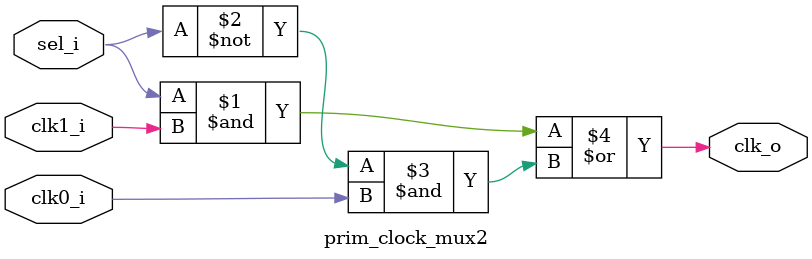
<source format=sv>

`include "prim_assert.sv"

module prim_clock_mux2 #(
  parameter bit NoFpgaBufG = 1'b0 // this parameter serves no function in the generic model
) (
  input        clk0_i,
  input        clk1_i,
  input        sel_i,
  output logic clk_o
);

  // We model the mux with logic operations for GTECH runs.
  assign clk_o = (sel_i & clk1_i) | (~sel_i & clk0_i);

  // make sure sel is never X (including during reset)
  // need to use ##1 as this could break with inverted clocks that
  // start with a rising edge at the beginning of the simulation.
  //`ASSERT(selKnown0, ##1 !$isunknown(sel_i), clk0_i, 0)
  //`ASSERT(selKnown1, ##1 !$isunknown(sel_i), clk1_i, 0)

endmodule

</source>
